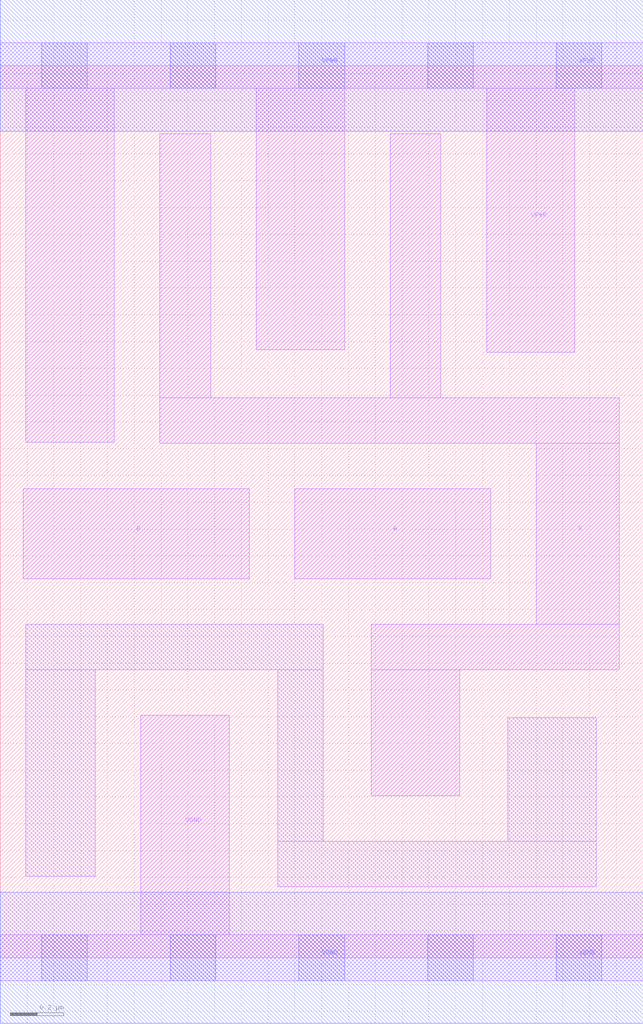
<source format=lef>
# Copyright 2020 The SkyWater PDK Authors
#
# Licensed under the Apache License, Version 2.0 (the "License");
# you may not use this file except in compliance with the License.
# You may obtain a copy of the License at
#
#     https://www.apache.org/licenses/LICENSE-2.0
#
# Unless required by applicable law or agreed to in writing, software
# distributed under the License is distributed on an "AS IS" BASIS,
# WITHOUT WARRANTIES OR CONDITIONS OF ANY KIND, either express or implied.
# See the License for the specific language governing permissions and
# limitations under the License.
#
# SPDX-License-Identifier: Apache-2.0

VERSION 5.7 ;
  NAMESCASESENSITIVE ON ;
  NOWIREEXTENSIONATPIN ON ;
  DIVIDERCHAR "/" ;
  BUSBITCHARS "[]" ;
UNITS
  DATABASE MICRONS 200 ;
END UNITS
MACRO sky130_fd_sc_lp__nand2_2
  CLASS CORE ;
  SOURCE USER ;
  FOREIGN sky130_fd_sc_lp__nand2_2 ;
  ORIGIN  0.000000  0.000000 ;
  SIZE  2.400000 BY  3.330000 ;
  SYMMETRY X Y R90 ;
  SITE unit ;
  PIN A
    ANTENNAGATEAREA  0.630000 ;
    DIRECTION INPUT ;
    USE SIGNAL ;
    PORT
      LAYER li1 ;
        RECT 1.100000 1.415000 1.830000 1.750000 ;
    END
  END A
  PIN B
    ANTENNAGATEAREA  0.630000 ;
    DIRECTION INPUT ;
    USE SIGNAL ;
    PORT
      LAYER li1 ;
        RECT 0.085000 1.415000 0.930000 1.750000 ;
    END
  END B
  PIN Y
    ANTENNADIFFAREA  0.940800 ;
    DIRECTION OUTPUT ;
    USE SIGNAL ;
    PORT
      LAYER li1 ;
        RECT 0.595000 1.920000 2.310000 2.090000 ;
        RECT 0.595000 2.090000 0.785000 3.075000 ;
        RECT 1.385000 0.605000 1.715000 1.075000 ;
        RECT 1.385000 1.075000 2.310000 1.245000 ;
        RECT 1.455000 2.090000 1.645000 3.075000 ;
        RECT 2.000000 1.245000 2.310000 1.920000 ;
    END
  END Y
  PIN VGND
    DIRECTION INOUT ;
    USE GROUND ;
    PORT
      LAYER li1 ;
        RECT 0.000000 -0.085000 2.400000 0.085000 ;
        RECT 0.525000  0.085000 0.855000 0.905000 ;
      LAYER mcon ;
        RECT 0.155000 -0.085000 0.325000 0.085000 ;
        RECT 0.635000 -0.085000 0.805000 0.085000 ;
        RECT 1.115000 -0.085000 1.285000 0.085000 ;
        RECT 1.595000 -0.085000 1.765000 0.085000 ;
        RECT 2.075000 -0.085000 2.245000 0.085000 ;
      LAYER met1 ;
        RECT 0.000000 -0.245000 2.400000 0.245000 ;
    END
  END VGND
  PIN VPWR
    DIRECTION INOUT ;
    USE POWER ;
    PORT
      LAYER li1 ;
        RECT 0.000000 3.245000 2.400000 3.415000 ;
        RECT 0.095000 1.925000 0.425000 3.245000 ;
        RECT 0.955000 2.270000 1.285000 3.245000 ;
        RECT 1.815000 2.260000 2.145000 3.245000 ;
      LAYER mcon ;
        RECT 0.155000 3.245000 0.325000 3.415000 ;
        RECT 0.635000 3.245000 0.805000 3.415000 ;
        RECT 1.115000 3.245000 1.285000 3.415000 ;
        RECT 1.595000 3.245000 1.765000 3.415000 ;
        RECT 2.075000 3.245000 2.245000 3.415000 ;
      LAYER met1 ;
        RECT 0.000000 3.085000 2.400000 3.575000 ;
    END
  END VPWR
  OBS
    LAYER li1 ;
      RECT 0.095000 0.305000 0.355000 1.075000 ;
      RECT 0.095000 1.075000 1.205000 1.245000 ;
      RECT 1.035000 0.265000 2.225000 0.435000 ;
      RECT 1.035000 0.435000 1.205000 1.075000 ;
      RECT 1.895000 0.435000 2.225000 0.895000 ;
  END
END sky130_fd_sc_lp__nand2_2

</source>
